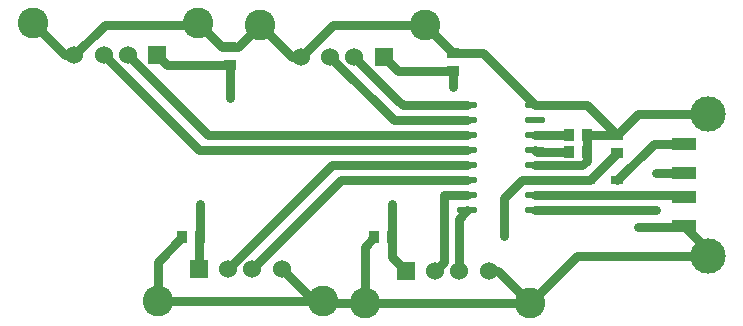
<source format=gtl>
G04 Layer: TopLayer*
G04 EasyEDA v6.5.42, 2024-06-30 20:06:19*
G04 5c971d247c204a0cbf4ce5a758ce79e0,41c0ee39f02341fa96e3cac8100f2332,10*
G04 Gerber Generator version 0.2*
G04 Scale: 100 percent, Rotated: No, Reflected: No *
G04 Dimensions in millimeters *
G04 leading zeros omitted , absolute positions ,4 integer and 5 decimal *
%FSLAX45Y45*%
%MOMM*%

%ADD10C,0.8000*%
%ADD11R,1.0160X0.9144*%
%ADD12R,0.9144X1.0160*%
%ADD13R,1.0000X0.7500*%
%ADD14O,1.7450054X0.5599938*%
%ADD15R,2.0000X1.0000*%
%ADD16C,3.0000*%
%ADD17C,2.6000*%
%ADD18C,1.5240*%
%ADD19R,1.5240X1.5240*%
%ADD20C,0.6200*%

%LPD*%
D10*
X5842000Y5079745D02*
G01*
X5842000Y4940300D01*
X5368925Y4831791D02*
G01*
X5412816Y4787900D01*
X5961151Y4787900D01*
X4202201Y5469509D02*
G01*
X4016146Y5283454D01*
X3949700Y5283454D01*
X3684498Y5482209D02*
G01*
X3883253Y5283454D01*
X3949700Y5283454D01*
X2284501Y5482209D02*
G01*
X2555493Y5211216D01*
X2634513Y5211216D01*
X6535651Y4533900D02*
G01*
X6819645Y4533900D01*
X6972554Y4533900D02*
G01*
X7226045Y4533900D01*
X7226300Y4534154D01*
X7229251Y4152900D02*
G01*
X7541163Y4464812D01*
X7799400Y4464812D01*
X5441188Y3386683D02*
G01*
X5321548Y3506322D01*
X5321548Y3670300D01*
X5691200Y3386683D02*
G01*
X5765800Y3461283D01*
X5765800Y4025900D01*
X5961148Y4025900D01*
X5961148Y3898900D02*
G01*
X5891199Y3828950D01*
X5891199Y3386683D01*
X5961151Y4152900D02*
G01*
X4892116Y4152900D01*
X4138599Y3399383D01*
X3938600Y3399383D02*
G01*
X4819116Y4279900D01*
X5961151Y4279900D01*
X3695954Y3670300D02*
G01*
X3688588Y3662934D01*
X3688588Y3399383D01*
X3084499Y5211216D02*
G01*
X3761816Y4533900D01*
X5961148Y4533900D01*
X2884500Y5211216D02*
G01*
X3688816Y4406900D01*
X5961148Y4406900D01*
X3334506Y5211216D02*
G01*
X3415177Y5130545D01*
X3949700Y5130545D01*
X5002199Y5198516D02*
G01*
X5368925Y4831791D01*
X4802200Y5198516D02*
G01*
X5339816Y4660900D01*
X5961151Y4660900D01*
X5842000Y5232654D02*
G01*
X6090894Y5232654D01*
X6535648Y4787900D01*
X7226300Y4381245D02*
G01*
X6997954Y4152900D01*
X6994753Y4152900D01*
X6535651Y4406900D02*
G01*
X6548351Y4394200D01*
X6819645Y4394200D01*
X6972548Y4394200D02*
G01*
X6972548Y4533900D01*
X6972554Y4533900D01*
X6535651Y4025900D02*
G01*
X7788300Y4025900D01*
X7799400Y4014800D01*
X6491198Y3115690D02*
G01*
X6890308Y3514801D01*
X7999399Y3514801D01*
X6535648Y3898900D02*
G01*
X7556500Y3898900D01*
X7799400Y4214799D02*
G01*
X7797800Y4216400D01*
X7556500Y4216400D01*
X7799400Y3764810D02*
G01*
X7793786Y3759200D01*
X7404100Y3759200D01*
X5321548Y3670300D02*
G01*
X5321300Y3670548D01*
X5321300Y3949700D01*
X6535674Y4279900D02*
G01*
X6934200Y4279900D01*
X6972554Y4318254D01*
X6972554Y4394200D01*
X3949700Y5130545D02*
G01*
X3949700Y4851400D01*
X3695954Y3670300D02*
G01*
X3695700Y3949700D01*
X6535651Y4152900D02*
G01*
X6994753Y4152900D01*
X5252211Y5198516D02*
G01*
X5370982Y5079745D01*
X5842000Y5079745D01*
X7406944Y4714798D02*
G01*
X7406944Y4714798D01*
X7999399Y4714798D01*
X7226300Y4534154D02*
G01*
X7406944Y4714798D01*
X5091201Y3115690D02*
G01*
X6491198Y3115690D01*
X3338601Y3128390D02*
G01*
X4738598Y3128390D01*
X7799400Y3764813D02*
G01*
X7999399Y3564813D01*
X7999399Y3514801D01*
X6535648Y4787900D02*
G01*
X6972554Y4787900D01*
X7226300Y4534154D01*
X5602198Y5469509D02*
G01*
X5839053Y5232654D01*
X5842000Y5232654D01*
X2634513Y5211216D02*
G01*
X2892806Y5469509D01*
X3557501Y5469509D01*
X6478501Y3128390D02*
G01*
X6220208Y3386683D01*
X6141186Y3386683D01*
X3543045Y3670300D02*
G01*
X3338601Y3465855D01*
X3338601Y3128390D01*
X4388586Y3399383D02*
G01*
X4659579Y3128390D01*
X4738598Y3128390D01*
X4738601Y3128390D02*
G01*
X4751301Y3115690D01*
X5091201Y3115690D01*
X5168651Y3670300D02*
G01*
X5091201Y3592850D01*
X5091201Y3115690D01*
X4202201Y5469509D02*
G01*
X4473193Y5198516D01*
X4552213Y5198516D01*
X4552213Y5198516D02*
G01*
X4823206Y5469509D01*
X5602198Y5469509D01*
X6535674Y4152900D02*
G01*
X6426200Y4152900D01*
X6273800Y4000500D01*
X6273800Y3683000D01*
D11*
G01*
X7226300Y4534154D03*
G01*
X7226300Y4381245D03*
D12*
G01*
X3543045Y3670300D03*
G01*
X3695954Y3670300D03*
G01*
X5168645Y3670300D03*
G01*
X5321554Y3670300D03*
D11*
G01*
X3949700Y5283454D03*
G01*
X3949700Y5130545D03*
G01*
X5842000Y5232654D03*
G01*
X5842000Y5079745D03*
D12*
G01*
X6972554Y4533900D03*
G01*
X6819645Y4533900D03*
G01*
X6972554Y4394200D03*
G01*
X6819645Y4394200D03*
D13*
G01*
X7229246Y4152900D03*
G01*
X6994753Y4152900D03*
D14*
G01*
X5961151Y4787900D03*
G01*
X5961151Y4660900D03*
G01*
X5961151Y4533900D03*
G01*
X5961151Y4406900D03*
G01*
X5961151Y4279900D03*
G01*
X5961151Y4152900D03*
G01*
X5961151Y4025900D03*
G01*
X5961151Y3898900D03*
G01*
X6535648Y4787900D03*
G01*
X6535648Y4660900D03*
G01*
X6535648Y4533900D03*
G01*
X6535648Y4406900D03*
G01*
X6535648Y4279900D03*
G01*
X6535648Y4152900D03*
G01*
X6535648Y4025900D03*
G01*
X6535648Y3898900D03*
D15*
G01*
X7799400Y4214799D03*
G01*
X7799400Y4464812D03*
G01*
X7799400Y4014800D03*
G01*
X7799400Y3764813D03*
D16*
G01*
X7999399Y4714798D03*
G01*
X7999399Y3514801D03*
D17*
G01*
X3338601Y3128390D03*
G01*
X4738598Y3128390D03*
D18*
G01*
X4388586Y3399383D03*
G01*
X4138599Y3399383D03*
G01*
X3938600Y3399383D03*
D19*
G01*
X3688588Y3399383D03*
D17*
G01*
X5091201Y3115690D03*
G01*
X6491198Y3115690D03*
D18*
G01*
X6141186Y3386683D03*
G01*
X5891199Y3386683D03*
G01*
X5691200Y3386683D03*
D19*
G01*
X5441188Y3386683D03*
D17*
G01*
X3684498Y5482209D03*
G01*
X2284501Y5482209D03*
D18*
G01*
X2634513Y5211216D03*
G01*
X2884500Y5211216D03*
G01*
X3084499Y5211216D03*
D19*
G01*
X3334511Y5211190D03*
D17*
G01*
X5602198Y5469509D03*
G01*
X4202201Y5469509D03*
D18*
G01*
X4552213Y5198516D03*
G01*
X4802200Y5198516D03*
G01*
X5002199Y5198516D03*
D19*
G01*
X5252211Y5198490D03*
D20*
G01*
X3695700Y3949700D03*
G01*
X3949700Y4851400D03*
G01*
X7556500Y4216400D03*
G01*
X7556500Y3898900D03*
G01*
X7404100Y3759200D03*
G01*
X7406944Y4714798D03*
G01*
X5321300Y3949700D03*
G01*
X6273800Y3683000D03*
G01*
X5842000Y4940300D03*
M02*

</source>
